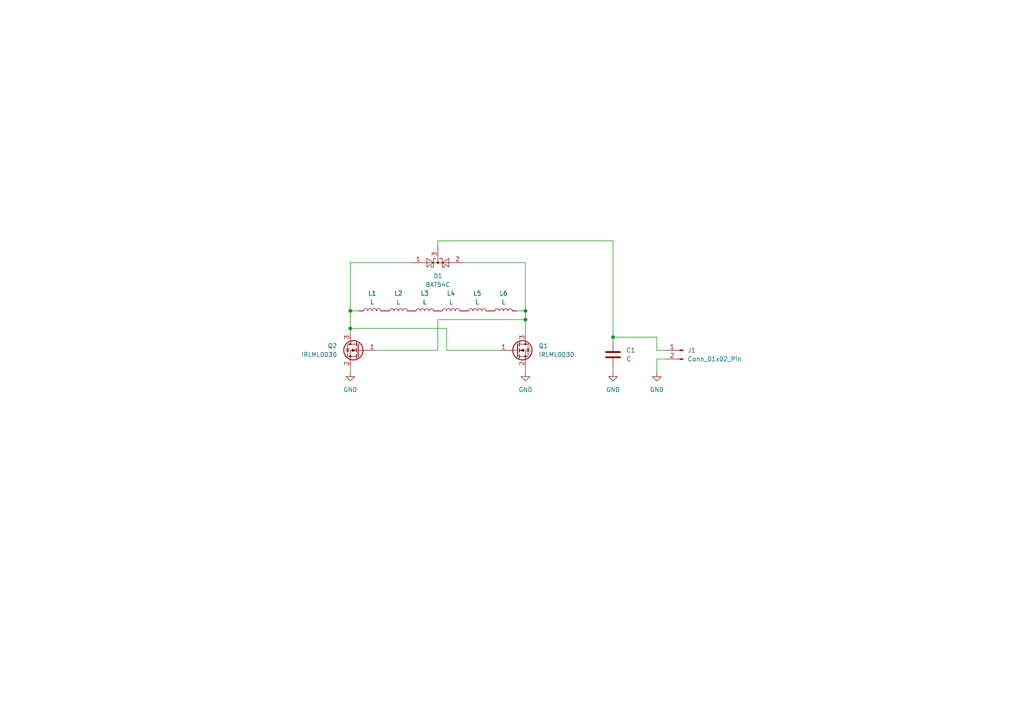
<source format=kicad_sch>
(kicad_sch (version 20230121) (generator eeschema)
  (paper "A4")
  (lib_symbols
    (symbol "Connector:Conn_01x02_Pin" (pin_names (offset 1.016) hide)
      (property "Reference" "J" (at 0 2.54 0))
      (property "Value" "Conn_01x02_Pin" (at 0 -5.08 0))
      (symbol "Conn_01x02_Pin_1_1"
        (polyline (pts (xy 1.27 -2.54) (xy 0.8636 -2.54)) (stroke (width 0.1524)))
        (polyline (pts (xy 1.27 0) (xy 0.8636 0)) (stroke (width 0.1524)))
        (rectangle (start 0.8636 -2.413) (end 0 -2.667) (stroke (width 0.1524)) (fill (type outline)))
        (rectangle (start 0.8636 0.127) (end 0 -0.127) (stroke (width 0.1524)) (fill (type outline)))
        (pin passive line (at 5.08 0 180) (length 3.81) (name "Pin_1") (number "1"))
        (pin passive line (at 5.08 -2.54 180) (length 3.81) (name "Pin_2") (number "2"))
      )
    )
    (symbol "Device:C" (pin_numbers hide) (pin_names (offset 0.254))
      (property "Reference" "C" (at 0.635 2.54 0))
      (property "Value" "C" (at 0.635 -2.54 0))
      (symbol "C_0_1"
        (polyline (pts (xy -2.032 -0.762) (xy 2.032 -0.762)) (stroke (width 0.508)))
        (polyline (pts (xy -2.032 0.762) (xy 2.032 0.762)) (stroke (width 0.508)))
      )
      (symbol "C_1_1"
        (pin passive line (at 0 3.81 270) (length 2.794) (name "~") (number "1"))
        (pin passive line (at 0 -3.81 90) (length 2.794) (name "~") (number "2"))
      )
    )
    (symbol "Device:L" (pin_numbers hide) (pin_names (offset 1.016) hide)
      (property "Reference" "L" (at -1.27 0 90))
      (property "Value" "L" (at 1.905 0 90))
      (symbol "L_0_1"
        (arc (start 0 -2.54) (mid 0.6323 -1.905) (end 0 -1.27))
        (arc (start 0 -1.27) (mid 0.6323 -0.635) (end 0 0))
        (arc (start 0 0) (mid 0.6323 0.635) (end 0 1.27))
        (arc (start 0 1.27) (mid 0.6323 1.905) (end 0 2.54))
      )
      (symbol "L_1_1"
        (pin passive line (at 0 3.81 270) (length 1.27) (name "1") (number "1"))
        (pin passive line (at 0 -3.81 90) (length 1.27) (name "2") (number "2"))
      )
    )
    (symbol "Diode:BAT54C" (pin_names (offset 1.016))
      (property "Reference" "D" (at 0.635 -3.81 0))
      (property "Value" "BAT54C" (at -6.35 3.175 0))
      (symbol "BAT54C_0_1"
        (polyline (pts (xy -1.905 0) (xy 1.905 0)))
        (polyline (pts (xy -1.905 1.27) (xy -1.905 1.016)))
        (polyline (pts (xy -1.27 -1.27) (xy -0.635 -1.27)))
        (polyline (pts (xy -1.27 0) (xy -3.81 0)))
        (polyline (pts (xy -1.27 1.27) (xy -1.905 1.27)))
        (polyline (pts (xy -1.27 1.27) (xy -1.27 -1.27)))
        (polyline (pts (xy -0.635 -1.27) (xy -0.635 -1.016)))
        (polyline (pts (xy 0.635 -1.27) (xy 0.635 -1.016)))
        (polyline (pts (xy 1.27 -1.27) (xy 0.635 -1.27)))
        (polyline (pts (xy 1.27 1.27) (xy 1.27 -1.27)))
        (polyline (pts (xy 1.27 1.27) (xy 1.905 1.27)))
        (polyline (pts (xy 1.905 1.27) (xy 1.905 1.016)))
        (polyline (pts (xy 3.81 0) (xy 1.27 0)))
        (polyline (pts (xy -3.175 -1.27) (xy -3.175 1.27) (xy -1.27 0) (xy -3.175 -1.27)))
        (polyline (pts (xy 3.175 -1.27) (xy 3.175 1.27) (xy 1.27 0) (xy 3.175 -1.27)))
        (circle (center 0 0) (radius 0.254) (fill (type outline)))
      )
      (symbol "BAT54C_1_1"
        (pin passive line (at -7.62 0 0) (length 3.81) (name "~") (number "1"))
        (pin passive line (at 7.62 0 180) (length 3.81) (name "~") (number "2"))
        (pin passive line (at 0 -5.08 90) (length 5.08) (name "~") (number "3"))
      )
    )
    (symbol "Transistor_FET:IRLML0030" (pin_names hide)
      (property "Reference" "Q" (at 5.08 1.905 0))
      (property "Value" "IRLML0030" (at 5.08 0 0))
      (symbol "IRLML0030_0_1"
        (polyline (pts (xy 0.254 0) (xy -2.54 0)))
        (polyline (pts (xy 0.254 1.905) (xy 0.254 -1.905)) (stroke (width 0.254)))
        (polyline (pts (xy 0.762 -1.27) (xy 0.762 -2.286)) (stroke (width 0.254)))
        (polyline (pts (xy 0.762 0.508) (xy 0.762 -0.508)) (stroke (width 0.254)))
        (polyline (pts (xy 0.762 2.286) (xy 0.762 1.27)) (stroke (width 0.254)))
        (polyline (pts (xy 2.54 2.54) (xy 2.54 1.778)))
        (polyline (pts (xy 2.54 -2.54) (xy 2.54 0) (xy 0.762 0)))
        (polyline (pts (xy 0.762 -1.778) (xy 3.302 -1.778) (xy 3.302 1.778) (xy 0.762 1.778)))
        (polyline (pts (xy 1.016 0) (xy 2.032 0.381) (xy 2.032 -0.381) (xy 1.016 0)) (fill (type outline)))
        (polyline (pts (xy 2.794 0.508) (xy 2.921 0.381) (xy 3.683 0.381) (xy 3.81 0.254)))
        (polyline (pts (xy 3.302 0.381) (xy 2.921 -0.254) (xy 3.683 -0.254) (xy 3.302 0.381)))
        (circle (center 1.651 0) (radius 2.794) (stroke (width 0.254)))
        (circle (center 2.54 -1.778) (radius 0.254) (fill (type outline)))
        (circle (center 2.54 1.778) (radius 0.254) (fill (type outline)))
      )
      (symbol "IRLML0030_1_1"
        (pin input line (at -5.08 0 0) (length 2.54) (name "G") (number "1"))
        (pin passive line (at 2.54 -5.08 90) (length 2.54) (name "S") (number "2"))
        (pin passive line (at 2.54 5.08 270) (length 2.54) (name "D") (number "3"))
      )
    )
    (symbol "power:GND" (power) (pin_names (offset 0))
      (property "Value" "GND" (at 0 -3.81 0))
      (symbol "GND_0_1"
        (polyline (pts (xy 0 0) (xy 0 -1.27) (xy 1.27 -1.27) (xy 0 -2.54) (xy -1.27 -1.27) (xy 0 -1.27)))
      )
      (symbol "GND_1_1"
        (pin power_in line (at 0 0 270) (length 0) hide (name "GND") (number "1"))
      )
    )
  )
  (junction (at 101.6 90.17))
  (junction (at 152.4 90.17))
  (junction (at 101.6 95.25))
  (junction (at 152.4 92.71))
  (junction (at 177.8 97.79))
  (wire (pts (xy 152.4 106.68) (xy 152.4 107.95)))
  (wire (pts (xy 127 71.12) (xy 127 69.85)))
  (wire (pts (xy 193.04 101.6) (xy 190.5 101.6)))
  (wire (pts (xy 101.6 95.25) (xy 101.6 96.52)))
  (wire (pts (xy 193.04 104.14) (xy 190.5 104.14)))
  (wire (pts (xy 152.4 90.17) (xy 152.4 92.71)))
  (wire (pts (xy 152.4 92.71) (xy 152.4 96.52)))
  (wire (pts (xy 152.4 76.2) (xy 152.4 90.17)))
  (wire (pts (xy 101.6 106.68) (xy 101.6 107.95)))
  (wire (pts (xy 190.5 101.6) (xy 190.5 97.79)))
  (wire (pts (xy 177.8 97.79) (xy 177.8 99.06)))
  (wire (pts (xy 177.8 106.68) (xy 177.8 107.95)))
  (wire (pts (xy 127 101.6) (xy 127 92.71)))
  (wire (pts (xy 144.78 101.6) (xy 129.54 101.6)))
  (wire (pts (xy 190.5 104.14) (xy 190.5 107.95)))
  (wire (pts (xy 129.54 95.25) (xy 101.6 95.25)))
  (wire (pts (xy 177.8 69.85) (xy 177.8 97.79)))
  (wire (pts (xy 129.54 101.6) (xy 129.54 95.25)))
  (wire (pts (xy 119.38 76.2) (xy 101.6 76.2)))
  (wire (pts (xy 149.86 90.17) (xy 152.4 90.17)))
  (wire (pts (xy 190.5 97.79) (xy 177.8 97.79)))
  (wire (pts (xy 101.6 90.17) (xy 101.6 95.25)))
  (wire (pts (xy 101.6 90.17) (xy 104.14 90.17)))
  (wire (pts (xy 109.22 101.6) (xy 127 101.6)))
  (wire (pts (xy 101.6 76.2) (xy 101.6 90.17)))
  (wire (pts (xy 127 69.85) (xy 177.8 69.85)))
  (wire (pts (xy 127 92.71) (xy 152.4 92.71)))
  (wire (pts (xy 134.62 76.2) (xy 152.4 76.2)))
  (symbol (lib_id "Device:L") (at 123.19 90.17 90) (unit 1)
    (property "Reference" "L3" (at 123.19 85.09 90))
    (property "Value" "L" (at 123.19 87.63 90))
    (property "Footprint" "Inductor_SMD:L_Bourns_SRN8040TA" (effects hide))
  )
  (symbol (lib_id "Device:L") (at 130.81 90.17 90) (unit 1)
    (property "Reference" "L4" (at 130.81 85.09 90))
    (property "Value" "L" (at 130.81 87.63 90))
    (property "Footprint" "Inductor_SMD:L_Bourns_SRN8040TA" (effects hide))
  )
  (symbol (lib_id "Device:C") (at 177.8 102.87 0) (unit 1)
    (property "Reference" "C1" (at 181.61 101.6 0) (effects (justify left)))
    (property "Value" "C" (at 181.61 104.14 0) (effects (justify left)))
    (property "Footprint" "Capacitor_SMD:C_1210_3225Metric" (effects hide))
  )
  (symbol (lib_id "power:GND") (at 177.8 107.95 0) (unit 1)
    (property "Reference" "#PWR03" (effects hide))
    (property "Value" "GND" (at 177.8 113.03 0))
  )
  (symbol (lib_id "Transistor_FET:IRLML0030") (at 104.14 101.6 0) (mirror y) (unit 1)
    (property "Reference" "Q2" (at 97.79 100.33 0) (effects (justify left)))
    (property "Value" "IRLML0030" (at 97.79 102.87 0) (effects (justify left)))
    (property "Footprint" "Package_TO_SOT_SMD:SOT-23" (effects hide))
    (property "Datasheet" "https://www.infineon.com/dgdl/irlml0030pbf.pdf?fileId=5546d462533600a401535664773825df" (effects hide))
  )
  (symbol (lib_id "power:GND") (at 190.5 107.95 0) (unit 1)
    (property "Reference" "#PWR04" (effects hide))
    (property "Value" "GND" (at 190.5 113.03 0))
  )
  (symbol (lib_id "Device:L") (at 107.95 90.17 90) (unit 1)
    (property "Reference" "L1" (at 107.95 85.09 90))
    (property "Value" "L" (at 107.95 87.63 90))
    (property "Footprint" "Inductor_SMD:L_Bourns_SRN8040TA" (effects hide))
  )
  (symbol (lib_id "Device:L") (at 115.57 90.17 90) (unit 1)
    (property "Reference" "L2" (at 115.57 85.09 90))
    (property "Value" "L" (at 115.57 87.63 90))
    (property "Footprint" "Inductor_SMD:L_Bourns_SRN8040TA" (effects hide))
  )
  (symbol (lib_id "Diode:BAT54C") (at 127 76.2 0) (mirror x) (unit 1)
    (property "Reference" "D1" (at 127 80.01 0))
    (property "Value" "BAT54C" (at 127 82.55 0))
    (property "Footprint" "Package_TO_SOT_SMD:SOT-23" (effects hide))
    (property "Datasheet" "http://www.diodes.com/_files/datasheets/ds11005.pdf" (effects hide))
  )
  (symbol (lib_id "power:GND") (at 101.6 107.95 0) (unit 1)
    (property "Reference" "#PWR01" (effects hide))
    (property "Value" "GND" (at 101.6 113.03 0))
  )
  (symbol (lib_id "Device:L") (at 146.05 90.17 90) (unit 1)
    (property "Reference" "L6" (at 146.05 85.09 90))
    (property "Value" "L" (at 146.05 87.63 90))
    (property "Footprint" "Inductor_SMD:L_Bourns_SRN8040TA" (effects hide))
  )
  (symbol (lib_id "Device:L") (at 138.43 90.17 90) (unit 1)
    (property "Reference" "L5" (at 138.43 85.09 90))
    (property "Value" "L" (at 138.43 87.63 90))
    (property "Footprint" "Inductor_SMD:L_Bourns_SRN8040TA" (effects hide))
  )
  (symbol (lib_id "power:GND") (at 152.4 107.95 0) (unit 1)
    (property "Reference" "#PWR02" (effects hide))
    (property "Value" "GND" (at 152.4 113.03 0))
  )
  (symbol (lib_id "Transistor_FET:IRLML0030") (at 149.86 101.6 0) (unit 1)
    (property "Reference" "Q1" (at 156.21 100.33 0) (effects (justify left)))
    (property "Value" "IRLML0030" (at 156.21 102.87 0) (effects (justify left)))
    (property "Footprint" "Package_TO_SOT_SMD:SOT-23" (effects hide))
    (property "Datasheet" "https://www.infineon.com/dgdl/irlml0030pbf.pdf?fileId=5546d462533600a401535664773825df" (effects hide))
  )
  (symbol (lib_id "Connector:Conn_01x02_Pin") (at 198.12 101.6 0) (mirror y) (unit 1)
    (property "Reference" "J1" (at 199.39 101.6 0) (effects (justify right)))
    (property "Value" "Conn_01x02_Pin" (at 199.39 104.14 0) (effects (justify right)))
    (property "Footprint" "Connector_PinHeader_2.54mm:PinHeader_1x02_P2.54mm_Horizontal" (effects hide))
  )
)
</source>
